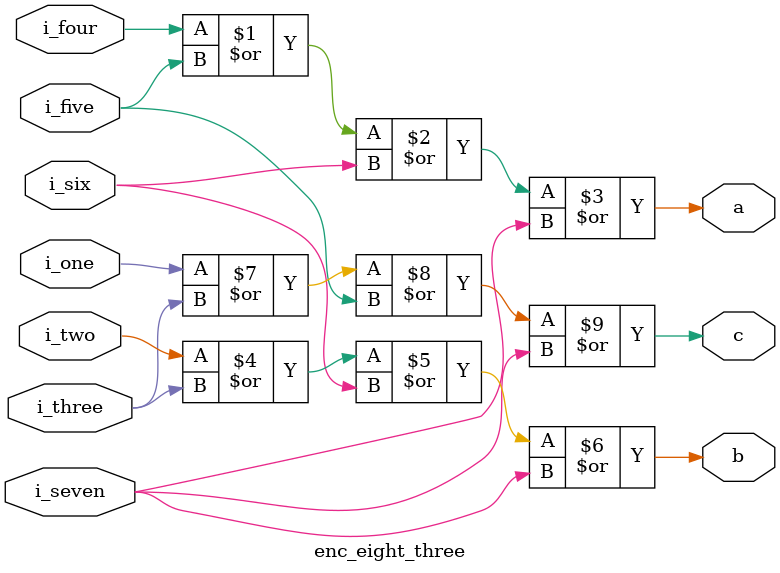
<source format=v>
`timescale 1ns / 1ps


module enc_eight_three(
    i_one, i_two, i_three, i_four, i_five, i_six, i_seven,
    a, b, c);
    
    input i_one, i_two, i_three, i_four, i_five, i_six, i_seven;
    output a, b, c;
    
    assign a = (i_four | i_five | i_six | i_seven);
    assign b = (i_two | i_three | i_six | i_seven);
    assign c = (i_one | i_three | i_five | i_seven);
endmodule

// `meta` isn't included here, cause I can't be arsed about a simple linter error for a basic thing.

</source>
